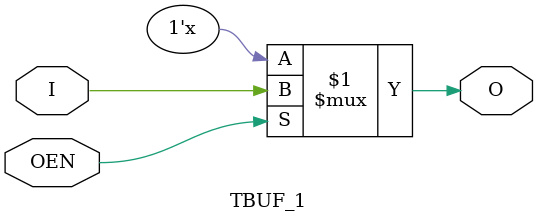
<source format=v>
module TBUF_1 (O, I, OEN);
  input I, OEN;
  output O;
  assign O = OEN ? I : 1'bz;
endmodule
</source>
